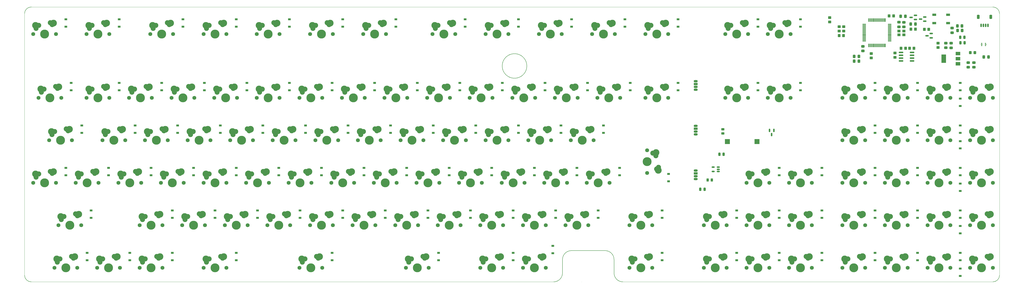
<source format=gbr>
%TF.GenerationSoftware,KiCad,Pcbnew,(6.99.0-5337-gc57e6db79a-dirty)*%
%TF.CreationDate,2023-02-22T22:35:33-05:00*%
%TF.ProjectId,necpc8801typea,6e656370-6338-4383-9031-74797065612e,rev?*%
%TF.SameCoordinates,Original*%
%TF.FileFunction,Soldermask,Bot*%
%TF.FilePolarity,Negative*%
%FSLAX46Y46*%
G04 Gerber Fmt 4.6, Leading zero omitted, Abs format (unit mm)*
G04 Created by KiCad (PCBNEW (6.99.0-5337-gc57e6db79a-dirty)) date 2023-02-22 22:35:33*
%MOMM*%
%LPD*%
G01*
G04 APERTURE LIST*
G04 Aperture macros list*
%AMRoundRect*
0 Rectangle with rounded corners*
0 $1 Rounding radius*
0 $2 $3 $4 $5 $6 $7 $8 $9 X,Y pos of 4 corners*
0 Add a 4 corners polygon primitive as box body*
4,1,4,$2,$3,$4,$5,$6,$7,$8,$9,$2,$3,0*
0 Add four circle primitives for the rounded corners*
1,1,$1+$1,$2,$3*
1,1,$1+$1,$4,$5*
1,1,$1+$1,$6,$7*
1,1,$1+$1,$8,$9*
0 Add four rect primitives between the rounded corners*
20,1,$1+$1,$2,$3,$4,$5,0*
20,1,$1+$1,$4,$5,$6,$7,0*
20,1,$1+$1,$6,$7,$8,$9,0*
20,1,$1+$1,$8,$9,$2,$3,0*%
G04 Aperture macros list end*
%ADD10R,1.800000X1.100000*%
%ADD11O,1.800000X1.070000*%
%ADD12R,1.800000X1.070000*%
%ADD13C,1.750000*%
%ADD14C,3.987800*%
%ADD15C,3.000000*%
%ADD16C,2.250000*%
%ADD17RoundRect,0.250000X0.475000X-0.337500X0.475000X0.337500X-0.475000X0.337500X-0.475000X-0.337500X0*%
%ADD18RoundRect,0.250000X0.337500X0.475000X-0.337500X0.475000X-0.337500X-0.475000X0.337500X-0.475000X0*%
%ADD19RoundRect,0.250000X-0.325000X-0.450000X0.325000X-0.450000X0.325000X0.450000X-0.325000X0.450000X0*%
%ADD20R,1.200000X0.900000*%
%ADD21RoundRect,0.250000X0.250000X0.475000X-0.250000X0.475000X-0.250000X-0.475000X0.250000X-0.475000X0*%
%ADD22RoundRect,0.250000X-0.337500X-0.475000X0.337500X-0.475000X0.337500X0.475000X-0.337500X0.475000X0*%
%ADD23RoundRect,0.150000X0.587500X0.150000X-0.587500X0.150000X-0.587500X-0.150000X0.587500X-0.150000X0*%
%ADD24RoundRect,0.250000X-0.350000X-0.450000X0.350000X-0.450000X0.350000X0.450000X-0.350000X0.450000X0*%
%ADD25RoundRect,0.250000X-0.450000X0.350000X-0.450000X-0.350000X0.450000X-0.350000X0.450000X0.350000X0*%
%ADD26RoundRect,0.250000X0.450000X-0.350000X0.450000X0.350000X-0.450000X0.350000X-0.450000X-0.350000X0*%
%ADD27RoundRect,0.075000X0.700000X0.075000X-0.700000X0.075000X-0.700000X-0.075000X0.700000X-0.075000X0*%
%ADD28RoundRect,0.075000X0.075000X0.700000X-0.075000X0.700000X-0.075000X-0.700000X0.075000X-0.700000X0*%
%ADD29RoundRect,0.150000X0.512500X0.150000X-0.512500X0.150000X-0.512500X-0.150000X0.512500X-0.150000X0*%
%ADD30RoundRect,0.150000X0.825000X0.150000X-0.825000X0.150000X-0.825000X-0.150000X0.825000X-0.150000X0*%
%ADD31RoundRect,0.250000X-0.475000X0.337500X-0.475000X-0.337500X0.475000X-0.337500X0.475000X0.337500X0*%
%ADD32RoundRect,0.250000X0.350000X0.450000X-0.350000X0.450000X-0.350000X-0.450000X0.350000X-0.450000X0*%
%ADD33R,1.400000X1.200000*%
%ADD34RoundRect,0.250000X0.450000X-0.262500X0.450000X0.262500X-0.450000X0.262500X-0.450000X-0.262500X0*%
%ADD35R,2.200000X2.200000*%
%ADD36R,2.000000X1.500000*%
%ADD37R,2.000000X3.800000*%
%ADD38RoundRect,0.150000X-0.150000X-0.625000X0.150000X-0.625000X0.150000X0.625000X-0.150000X0.625000X0*%
%ADD39RoundRect,0.250000X-0.350000X-0.650000X0.350000X-0.650000X0.350000X0.650000X-0.350000X0.650000X0*%
%ADD40RoundRect,0.150000X-0.150000X0.587500X-0.150000X-0.587500X0.150000X-0.587500X0.150000X0.587500X0*%
%ADD41R,0.500000X0.375000*%
%ADD42R,0.650000X0.300000*%
%ADD43RoundRect,0.250000X-0.262500X-0.450000X0.262500X-0.450000X0.262500X0.450000X-0.262500X0.450000X0*%
%TA.AperFunction,Profile*%
%ADD44C,0.150000*%
%TD*%
%TA.AperFunction,Profile*%
%ADD45C,0.050000*%
%TD*%
%TA.AperFunction,Profile*%
%ADD46C,0.200000*%
%TD*%
G04 APERTURE END LIST*
D10*
%TO.C,SW1*%
X414019999Y-11519999D03*
X407819999Y-11519999D03*
X414019999Y-15219999D03*
X407819999Y-15219999D03*
%TD*%
D11*
%TO.C,LED1*%
X301424999Y-43734999D03*
X301424999Y-41194999D03*
D12*
X301424999Y-42464999D03*
D11*
X301424999Y-45004999D03*
%TD*%
%TO.C,LED2*%
X301424999Y-63734999D03*
X301424999Y-61194999D03*
D12*
X301424999Y-62464999D03*
D11*
X301424999Y-65004999D03*
%TD*%
%TO.C,LED3*%
X301424999Y-83734999D03*
X301424999Y-81194999D03*
D12*
X301424999Y-82464999D03*
D11*
X301424999Y-85004999D03*
%TD*%
D13*
%TO.C,SW_REXTRA_1*%
X271865000Y-124665000D03*
D14*
X276945000Y-124665000D03*
D13*
X282025000Y-124665000D03*
D15*
X272895000Y-120715000D03*
D16*
X273135000Y-122125000D03*
X274320000Y-120740000D03*
X279485000Y-119585000D03*
X280320000Y-120415000D03*
D15*
X280895000Y-119715000D03*
%TD*%
D13*
%TO.C,SW_L_1*%
X195865000Y-86665000D03*
D14*
X200945000Y-86665000D03*
D13*
X206025000Y-86665000D03*
D15*
X196895000Y-82715000D03*
D16*
X197135000Y-84125000D03*
X198320000Y-82740000D03*
X203485000Y-81585000D03*
X204320000Y-82415000D03*
D15*
X204895000Y-81715000D03*
%TD*%
D13*
%TO.C,SW_ARRREXT1*%
X343115000Y-124665000D03*
D14*
X348195000Y-124665000D03*
D13*
X353275000Y-124665000D03*
D15*
X344145000Y-120715000D03*
D16*
X344385000Y-122125000D03*
X345570000Y-120740000D03*
X350735000Y-119585000D03*
X351570000Y-120415000D03*
D15*
X352145000Y-119715000D03*
%TD*%
D13*
%TO.C,SW_TAB_1*%
X12990000Y-67665000D03*
D14*
X18070000Y-67665000D03*
D13*
X23150000Y-67665000D03*
D15*
X14020000Y-63715000D03*
D16*
X14260000Y-65125000D03*
X15445000Y-63740000D03*
X20610000Y-62585000D03*
X21445000Y-63415000D03*
D15*
X22020000Y-62715000D03*
%TD*%
D13*
%TO.C,SW_KP7_1*%
X366865000Y-67665000D03*
D14*
X371945000Y-67665000D03*
D13*
X377025000Y-67665000D03*
D15*
X367895000Y-63715000D03*
D16*
X368135000Y-65125000D03*
X369320000Y-63740000D03*
X374485000Y-62585000D03*
X375320000Y-63415000D03*
D15*
X375895000Y-62715000D03*
%TD*%
D13*
%TO.C,SW_9_1*%
X181615000Y-48665000D03*
D14*
X186695000Y-48665000D03*
D13*
X191775000Y-48665000D03*
D15*
X182645000Y-44715000D03*
D16*
X182885000Y-46125000D03*
X184070000Y-44740000D03*
X189235000Y-43585000D03*
X190070000Y-44415000D03*
D15*
X190645000Y-43715000D03*
%TD*%
D13*
%TO.C,SW_ARRLEXT1*%
X305115000Y-124665000D03*
D14*
X310195000Y-124665000D03*
D13*
X315275000Y-124665000D03*
D15*
X306145000Y-120715000D03*
D16*
X306385000Y-122125000D03*
X307570000Y-120740000D03*
X312735000Y-119585000D03*
X313570000Y-120415000D03*
D15*
X314145000Y-119715000D03*
%TD*%
D13*
%TO.C,SW_KP4_1*%
X366865000Y-86665000D03*
D14*
X371945000Y-86665000D03*
D13*
X377025000Y-86665000D03*
D15*
X367895000Y-82715000D03*
D16*
X368135000Y-84125000D03*
X369320000Y-82740000D03*
X374485000Y-81585000D03*
X375320000Y-82415000D03*
D15*
X375895000Y-81715000D03*
%TD*%
D13*
%TO.C,SW_1_1*%
X29615000Y-48665000D03*
D14*
X34695000Y-48665000D03*
D13*
X39775000Y-48665000D03*
D15*
X30645000Y-44715000D03*
D16*
X30885000Y-46125000D03*
X32070000Y-44740000D03*
X37235000Y-43585000D03*
X38070000Y-44415000D03*
D15*
X38645000Y-43715000D03*
%TD*%
D13*
%TO.C,SW_RLD_1*%
X333615000Y-20165000D03*
D14*
X338695000Y-20165000D03*
D13*
X343775000Y-20165000D03*
D15*
X334645000Y-16215000D03*
D16*
X334885000Y-17625000D03*
X336070000Y-16240000D03*
X341235000Y-15085000D03*
X342070000Y-15915000D03*
D15*
X342645000Y-15215000D03*
%TD*%
D13*
%TO.C,SW_EQ_1*%
X238615000Y-48665000D03*
D14*
X243695000Y-48665000D03*
D13*
X248775000Y-48665000D03*
D15*
X239645000Y-44715000D03*
D16*
X239885000Y-46125000D03*
X241070000Y-44740000D03*
X246235000Y-43585000D03*
X247070000Y-44415000D03*
D15*
X247645000Y-43715000D03*
%TD*%
D13*
%TO.C,SW_RIGHT_1*%
X343115000Y-105665000D03*
D14*
X348195000Y-105665000D03*
D13*
X353275000Y-105665000D03*
D15*
X344145000Y-101715000D03*
D16*
X344385000Y-103125000D03*
X345570000Y-101740000D03*
X350735000Y-100585000D03*
X351570000Y-101415000D03*
D15*
X352145000Y-100715000D03*
%TD*%
D13*
%TO.C,SW_KPCOM_1*%
X385865000Y-124665000D03*
D14*
X390945000Y-124665000D03*
D13*
X396025000Y-124665000D03*
D15*
X386895000Y-120715000D03*
D16*
X387135000Y-122125000D03*
X388320000Y-120740000D03*
X393485000Y-119585000D03*
X394320000Y-120415000D03*
D15*
X394895000Y-119715000D03*
%TD*%
D13*
%TO.C,SW_HS_1*%
X224365000Y-124665000D03*
D14*
X229445000Y-124665000D03*
D13*
X234525000Y-124665000D03*
D15*
X225395000Y-120715000D03*
D16*
X225635000Y-122125000D03*
X226820000Y-120740000D03*
X231985000Y-119585000D03*
X232820000Y-120415000D03*
D15*
X233395000Y-119715000D03*
%TD*%
D13*
%TO.C,SW_YEN_1*%
X257615000Y-48665000D03*
D14*
X262695000Y-48665000D03*
D13*
X267775000Y-48665000D03*
D15*
X258645000Y-44715000D03*
D16*
X258885000Y-46125000D03*
X260070000Y-44740000D03*
X265235000Y-43585000D03*
X266070000Y-44415000D03*
D15*
X266645000Y-43715000D03*
%TD*%
D13*
%TO.C,SW_F6_1*%
X183990000Y-20165000D03*
D14*
X189070000Y-20165000D03*
D13*
X194150000Y-20165000D03*
D15*
X185020000Y-16215000D03*
D16*
X185260000Y-17625000D03*
X186445000Y-16240000D03*
X191610000Y-15085000D03*
X192445000Y-15915000D03*
D15*
X193020000Y-15215000D03*
%TD*%
D13*
%TO.C,SW_KPPLUS_1*%
X423865000Y-86665000D03*
D14*
X428945000Y-86665000D03*
D13*
X434025000Y-86665000D03*
D15*
X424895000Y-82715000D03*
D16*
X425135000Y-84125000D03*
X426320000Y-82740000D03*
X431485000Y-81585000D03*
X432320000Y-82415000D03*
D15*
X432895000Y-81715000D03*
%TD*%
D13*
%TO.C,SW_F7_1*%
X207740000Y-20165000D03*
D14*
X212820000Y-20165000D03*
D13*
X217900000Y-20165000D03*
D15*
X208770000Y-16215000D03*
D16*
X209010000Y-17625000D03*
X210195000Y-16240000D03*
X215360000Y-15085000D03*
X216195000Y-15915000D03*
D15*
X216770000Y-15215000D03*
%TD*%
D13*
%TO.C,SW_Y_1*%
X131740000Y-67665000D03*
D14*
X136820000Y-67665000D03*
D13*
X141900000Y-67665000D03*
D15*
X132770000Y-63715000D03*
D16*
X133010000Y-65125000D03*
X134195000Y-63740000D03*
X139360000Y-62585000D03*
X140195000Y-63415000D03*
D15*
X140770000Y-62715000D03*
%TD*%
D13*
%TO.C,SW_F_1*%
X100865000Y-86665000D03*
D14*
X105945000Y-86665000D03*
D13*
X111025000Y-86665000D03*
D15*
X101895000Y-82715000D03*
D16*
X102135000Y-84125000D03*
X103320000Y-82740000D03*
X108485000Y-81585000D03*
X109320000Y-82415000D03*
D15*
X109895000Y-81715000D03*
%TD*%
D13*
%TO.C,SW_V_1*%
X110365000Y-105665000D03*
D14*
X115445000Y-105665000D03*
D13*
X120525000Y-105665000D03*
D15*
X111395000Y-101715000D03*
D16*
X111635000Y-103125000D03*
X112820000Y-101740000D03*
X117985000Y-100585000D03*
X118820000Y-101415000D03*
D15*
X119395000Y-100715000D03*
%TD*%
D13*
%TO.C,SW_X_1*%
X72365000Y-105665000D03*
D14*
X77445000Y-105665000D03*
D13*
X82525000Y-105665000D03*
D15*
X73395000Y-101715000D03*
D16*
X73635000Y-103125000D03*
X74820000Y-101740000D03*
X79985000Y-100585000D03*
X80820000Y-101415000D03*
D15*
X81395000Y-100715000D03*
%TD*%
D13*
%TO.C,SW_B_1*%
X129365000Y-105665000D03*
D14*
X134445000Y-105665000D03*
D13*
X139525000Y-105665000D03*
D15*
X130395000Y-101715000D03*
D16*
X130635000Y-103125000D03*
X131820000Y-101740000D03*
X136985000Y-100585000D03*
X137820000Y-101415000D03*
D15*
X138395000Y-100715000D03*
%TD*%
D13*
%TO.C,SW_KP2_1*%
X385865000Y-105665000D03*
D14*
X390945000Y-105665000D03*
D13*
X396025000Y-105665000D03*
D15*
X386895000Y-101715000D03*
D16*
X387135000Y-103125000D03*
X388320000Y-101740000D03*
X393485000Y-100585000D03*
X394320000Y-101415000D03*
D15*
X394895000Y-100715000D03*
%TD*%
D13*
%TO.C,SW_2_1*%
X48615000Y-48665000D03*
D14*
X53695000Y-48665000D03*
D13*
X58775000Y-48665000D03*
D15*
X49645000Y-44715000D03*
D16*
X49885000Y-46125000D03*
X51070000Y-44740000D03*
X56235000Y-43585000D03*
X57070000Y-44415000D03*
D15*
X57645000Y-43715000D03*
%TD*%
D13*
%TO.C,SW_COMMA_1*%
X186365000Y-105665000D03*
D14*
X191445000Y-105665000D03*
D13*
X196525000Y-105665000D03*
D15*
X187395000Y-101715000D03*
D16*
X187635000Y-103125000D03*
X188820000Y-101740000D03*
X193985000Y-100585000D03*
X194820000Y-101415000D03*
D15*
X195395000Y-100715000D03*
%TD*%
D13*
%TO.C,SW_PC_1*%
X205365000Y-124665000D03*
D14*
X210445000Y-124665000D03*
D13*
X215525000Y-124665000D03*
D15*
X206395000Y-120715000D03*
D16*
X206635000Y-122125000D03*
X207820000Y-120740000D03*
X212985000Y-119585000D03*
X213820000Y-120415000D03*
D15*
X214395000Y-119715000D03*
%TD*%
D13*
%TO.C,SW_URG_1*%
X252865000Y-86665000D03*
D14*
X257945000Y-86665000D03*
D13*
X263025000Y-86665000D03*
D15*
X253895000Y-82715000D03*
D16*
X254135000Y-84125000D03*
X255320000Y-82740000D03*
X260485000Y-81585000D03*
X261320000Y-82415000D03*
D15*
X261895000Y-81715000D03*
%TD*%
D13*
%TO.C,SW_E_1*%
X74740000Y-67665000D03*
D14*
X79820000Y-67665000D03*
D13*
X84900000Y-67665000D03*
D15*
X75770000Y-63715000D03*
D16*
X76010000Y-65125000D03*
X77195000Y-63740000D03*
X82360000Y-62585000D03*
X83195000Y-63415000D03*
D15*
X83770000Y-62715000D03*
%TD*%
D13*
%TO.C,SW_U_1*%
X150740000Y-67665000D03*
D14*
X155820000Y-67665000D03*
D13*
X160900000Y-67665000D03*
D15*
X151770000Y-63715000D03*
D16*
X152010000Y-65125000D03*
X153195000Y-63740000D03*
X158360000Y-62585000D03*
X159195000Y-63415000D03*
D15*
X159770000Y-62715000D03*
%TD*%
D13*
%TO.C,SW_J_1*%
X157865000Y-86665000D03*
D14*
X162945000Y-86665000D03*
D13*
X168025000Y-86665000D03*
D15*
X158895000Y-82715000D03*
D16*
X159135000Y-84125000D03*
X160320000Y-82740000D03*
X165485000Y-81585000D03*
X166320000Y-82415000D03*
D15*
X166895000Y-81715000D03*
%TD*%
D13*
%TO.C,SW_SUP_1*%
X34365000Y-124665000D03*
D14*
X39445000Y-124665000D03*
D13*
X44525000Y-124665000D03*
D15*
X35395000Y-120715000D03*
D16*
X35635000Y-122125000D03*
X36820000Y-120740000D03*
X41985000Y-119585000D03*
X42820000Y-120415000D03*
D15*
X43395000Y-119715000D03*
%TD*%
D13*
%TO.C,SW_F10_1*%
X278990000Y-20165000D03*
D14*
X284070000Y-20165000D03*
D13*
X289150000Y-20165000D03*
D15*
X280020000Y-16215000D03*
D16*
X280260000Y-17625000D03*
X281445000Y-16240000D03*
X286610000Y-15085000D03*
X287445000Y-15915000D03*
D15*
X288020000Y-15215000D03*
%TD*%
D13*
%TO.C,SW_M_1*%
X167365000Y-105665000D03*
D14*
X172445000Y-105665000D03*
D13*
X177525000Y-105665000D03*
D15*
X168395000Y-101715000D03*
D16*
X168635000Y-103125000D03*
X169820000Y-101740000D03*
X174985000Y-100585000D03*
X175820000Y-101415000D03*
D15*
X176395000Y-100715000D03*
%TD*%
D13*
%TO.C,SW_COPY_1*%
X29615000Y-20165000D03*
D14*
X34695000Y-20165000D03*
D13*
X39775000Y-20165000D03*
D15*
X30645000Y-16215000D03*
D16*
X30885000Y-17625000D03*
X32070000Y-16240000D03*
X37235000Y-15085000D03*
X38070000Y-15915000D03*
D15*
X38645000Y-15215000D03*
%TD*%
D13*
%TO.C,SW_ENT_1*%
X279770000Y-72085000D03*
D14*
X279770000Y-77165000D03*
D13*
X279770000Y-82245000D03*
D15*
X283720000Y-73115000D03*
D16*
X282310000Y-73355000D03*
X283695000Y-74540000D03*
X284850000Y-79705000D03*
X284020000Y-80540000D03*
D15*
X284720000Y-81115000D03*
%TD*%
D13*
%TO.C,SW_W_1*%
X55740000Y-67665000D03*
D14*
X60820000Y-67665000D03*
D13*
X65900000Y-67665000D03*
D15*
X56770000Y-63715000D03*
D16*
X57010000Y-65125000D03*
X58195000Y-63740000D03*
X63360000Y-62585000D03*
X64195000Y-63415000D03*
D15*
X64770000Y-62715000D03*
%TD*%
D13*
%TO.C,SW_5_1*%
X105615000Y-48665000D03*
D14*
X110695000Y-48665000D03*
D13*
X115775000Y-48665000D03*
D15*
X106645000Y-44715000D03*
D16*
X106885000Y-46125000D03*
X108070000Y-44740000D03*
X113235000Y-43585000D03*
X114070000Y-44415000D03*
D15*
X114645000Y-43715000D03*
%TD*%
D13*
%TO.C,SW_S_1*%
X62865000Y-86665000D03*
D14*
X67945000Y-86665000D03*
D13*
X73025000Y-86665000D03*
D15*
X63895000Y-82715000D03*
D16*
X64135000Y-84125000D03*
X65320000Y-82740000D03*
X70485000Y-81585000D03*
X71320000Y-82415000D03*
D15*
X71895000Y-81715000D03*
%TD*%
D13*
%TO.C,SW_CTRL_1*%
X5865000Y-86665000D03*
D14*
X10945000Y-86665000D03*
D13*
X16025000Y-86665000D03*
D15*
X6895000Y-82715000D03*
D16*
X7135000Y-84125000D03*
X8320000Y-82740000D03*
X13485000Y-81585000D03*
X14320000Y-82415000D03*
D15*
X14895000Y-81715000D03*
%TD*%
D13*
%TO.C,SW_LSH_1*%
X17115000Y-105665000D03*
D14*
X22195000Y-105665000D03*
D13*
X27275000Y-105665000D03*
D15*
X18145000Y-101715000D03*
D16*
X18385000Y-103125000D03*
X19570000Y-101740000D03*
X24735000Y-100585000D03*
X25570000Y-101415000D03*
D15*
X26145000Y-100715000D03*
%TD*%
D13*
%TO.C,SW_R_1*%
X93740000Y-67665000D03*
D14*
X98820000Y-67665000D03*
D13*
X103900000Y-67665000D03*
D15*
X94770000Y-63715000D03*
D16*
X95010000Y-65125000D03*
X96195000Y-63740000D03*
X101360000Y-62585000D03*
X102195000Y-63415000D03*
D15*
X102770000Y-62715000D03*
%TD*%
D13*
%TO.C,SW_D_1*%
X81865000Y-86665000D03*
D14*
X86945000Y-86665000D03*
D13*
X92025000Y-86665000D03*
D15*
X82895000Y-82715000D03*
D16*
X83135000Y-84125000D03*
X84320000Y-82740000D03*
X89485000Y-81585000D03*
X90320000Y-82415000D03*
D15*
X90895000Y-81715000D03*
%TD*%
D13*
%TO.C,SW_P_1*%
X207740000Y-67665000D03*
D14*
X212820000Y-67665000D03*
D13*
X217900000Y-67665000D03*
D15*
X208770000Y-63715000D03*
D16*
X209010000Y-65125000D03*
X210195000Y-63740000D03*
X215360000Y-62585000D03*
X216195000Y-63415000D03*
D15*
X216770000Y-62715000D03*
%TD*%
D13*
%TO.C,SW_C_1*%
X91365000Y-105665000D03*
D14*
X96445000Y-105665000D03*
D13*
X101525000Y-105665000D03*
D15*
X92395000Y-101715000D03*
D16*
X92635000Y-103125000D03*
X93820000Y-101740000D03*
X98985000Y-100585000D03*
X99820000Y-101415000D03*
D15*
X100395000Y-100715000D03*
%TD*%
D13*
%TO.C,SW_O_1*%
X188740000Y-67665000D03*
D14*
X193820000Y-67665000D03*
D13*
X198900000Y-67665000D03*
D15*
X189770000Y-63715000D03*
D16*
X190010000Y-65125000D03*
X191195000Y-63740000D03*
X196360000Y-62585000D03*
X197195000Y-63415000D03*
D15*
X197770000Y-62715000D03*
%TD*%
D13*
%TO.C,SW_F2_1*%
X81865000Y-20165000D03*
D14*
X86945000Y-20165000D03*
D13*
X92025000Y-20165000D03*
D15*
X82895000Y-16215000D03*
D16*
X83135000Y-17625000D03*
X84320000Y-16240000D03*
X89485000Y-15085000D03*
X90320000Y-15915000D03*
D15*
X90895000Y-15215000D03*
%TD*%
D13*
%TO.C,SW_F8_1*%
X231490000Y-20165000D03*
D14*
X236570000Y-20165000D03*
D13*
X241650000Y-20165000D03*
D15*
X232520000Y-16215000D03*
D16*
X232760000Y-17625000D03*
X233945000Y-16240000D03*
X239110000Y-15085000D03*
X239945000Y-15915000D03*
D15*
X240520000Y-15215000D03*
%TD*%
D13*
%TO.C,SW_FULL_1*%
X214865000Y-86665000D03*
D14*
X219945000Y-86665000D03*
D13*
X225025000Y-86665000D03*
D15*
X215895000Y-82715000D03*
D16*
X216135000Y-84125000D03*
X217320000Y-82740000D03*
X222485000Y-81585000D03*
X223320000Y-82415000D03*
D15*
X223895000Y-81715000D03*
%TD*%
D13*
%TO.C,SW_ESC_1*%
X8240000Y-48665000D03*
D14*
X13320000Y-48665000D03*
D13*
X18400000Y-48665000D03*
D15*
X9270000Y-44715000D03*
D16*
X9510000Y-46125000D03*
X10695000Y-44740000D03*
X15860000Y-43585000D03*
X16695000Y-44415000D03*
D15*
X17270000Y-43715000D03*
%TD*%
D13*
%TO.C,SW_0_1*%
X200615000Y-48665000D03*
D14*
X205695000Y-48665000D03*
D13*
X210775000Y-48665000D03*
D15*
X201645000Y-44715000D03*
D16*
X201885000Y-46125000D03*
X203070000Y-44740000D03*
X208235000Y-43585000D03*
X209070000Y-44415000D03*
D15*
X209645000Y-43715000D03*
%TD*%
D13*
%TO.C,SW_KPEQ_1*%
X423865000Y-105665000D03*
D14*
X428945000Y-105665000D03*
D13*
X434025000Y-105665000D03*
D15*
X424895000Y-101715000D03*
D16*
X425135000Y-103125000D03*
X426320000Y-101740000D03*
X431485000Y-100585000D03*
X432320000Y-101415000D03*
D15*
X432895000Y-100715000D03*
%TD*%
D13*
%TO.C,SW_WOW_1*%
X245740000Y-67665000D03*
D14*
X250820000Y-67665000D03*
D13*
X255900000Y-67665000D03*
D15*
X246770000Y-63715000D03*
D16*
X247010000Y-65125000D03*
X248195000Y-63740000D03*
X253360000Y-62585000D03*
X254195000Y-63415000D03*
D15*
X254770000Y-62715000D03*
%TD*%
D13*
%TO.C,SW_KPCLR_1*%
X366865000Y-48665000D03*
D14*
X371945000Y-48665000D03*
D13*
X377025000Y-48665000D03*
D15*
X367895000Y-44715000D03*
D16*
X368135000Y-46125000D03*
X369320000Y-44740000D03*
X374485000Y-43585000D03*
X375320000Y-44415000D03*
D15*
X375895000Y-43715000D03*
%TD*%
D13*
%TO.C,SW_BS_1*%
X278990000Y-48665000D03*
D14*
X284070000Y-48665000D03*
D13*
X289150000Y-48665000D03*
D15*
X280020000Y-44715000D03*
D16*
X280260000Y-46125000D03*
X281445000Y-44740000D03*
X286610000Y-43585000D03*
X287445000Y-44415000D03*
D15*
X288020000Y-43715000D03*
%TD*%
D13*
%TO.C,SW_KP9_1*%
X404865000Y-67665000D03*
D14*
X409945000Y-67665000D03*
D13*
X415025000Y-67665000D03*
D15*
X405895000Y-63715000D03*
D16*
X406135000Y-65125000D03*
X407320000Y-63740000D03*
X412485000Y-62585000D03*
X413320000Y-63415000D03*
D15*
X413895000Y-62715000D03*
%TD*%
D13*
%TO.C,SW_K_1*%
X176865000Y-86665000D03*
D14*
X181945000Y-86665000D03*
D13*
X187025000Y-86665000D03*
D15*
X177895000Y-82715000D03*
D16*
X178135000Y-84125000D03*
X179320000Y-82740000D03*
X184485000Y-81585000D03*
X185320000Y-82415000D03*
D15*
X185895000Y-81715000D03*
%TD*%
D13*
%TO.C,SW_Q_1*%
X36740000Y-67665000D03*
D14*
X41820000Y-67665000D03*
D13*
X46900000Y-67665000D03*
D15*
X37770000Y-63715000D03*
D16*
X38010000Y-65125000D03*
X39195000Y-63740000D03*
X44360000Y-62585000D03*
X45195000Y-63415000D03*
D15*
X45770000Y-62715000D03*
%TD*%
D13*
%TO.C,SW_DEL_1*%
X333615000Y-48665000D03*
D14*
X338695000Y-48665000D03*
D13*
X343775000Y-48665000D03*
D15*
X334645000Y-44715000D03*
D16*
X334885000Y-46125000D03*
X336070000Y-44740000D03*
X341235000Y-43585000D03*
X342070000Y-44415000D03*
D15*
X342645000Y-43715000D03*
%TD*%
D13*
%TO.C,SW_MINUS_1*%
X219615000Y-48665000D03*
D14*
X224695000Y-48665000D03*
D13*
X229775000Y-48665000D03*
D15*
X220645000Y-44715000D03*
D16*
X220885000Y-46125000D03*
X222070000Y-44740000D03*
X227235000Y-43585000D03*
X228070000Y-44415000D03*
D15*
X228645000Y-43715000D03*
%TD*%
D13*
%TO.C,SW_KPPER_1*%
X404865000Y-124665000D03*
D14*
X409945000Y-124665000D03*
D13*
X415025000Y-124665000D03*
D15*
X405895000Y-120715000D03*
D16*
X406135000Y-122125000D03*
X407320000Y-120740000D03*
X412485000Y-119585000D03*
X413320000Y-120415000D03*
D15*
X413895000Y-119715000D03*
%TD*%
D13*
%TO.C,SW_Z_1*%
X53365000Y-105665000D03*
D14*
X58445000Y-105665000D03*
D13*
X63525000Y-105665000D03*
D15*
X54395000Y-101715000D03*
D16*
X54635000Y-103125000D03*
X55820000Y-101740000D03*
X60985000Y-100585000D03*
X61820000Y-101415000D03*
D15*
X62395000Y-100715000D03*
%TD*%
D13*
%TO.C,SW_F9_1*%
X255240000Y-20165000D03*
D14*
X260320000Y-20165000D03*
D13*
X265400000Y-20165000D03*
D15*
X256270000Y-16215000D03*
D16*
X256510000Y-17625000D03*
X257695000Y-16240000D03*
X262860000Y-15085000D03*
X263695000Y-15915000D03*
D15*
X264270000Y-15215000D03*
%TD*%
D13*
%TO.C,SW_F4_1*%
X129365000Y-20165000D03*
D14*
X134445000Y-20165000D03*
D13*
X139525000Y-20165000D03*
D15*
X130395000Y-16215000D03*
D16*
X130635000Y-17625000D03*
X131820000Y-16240000D03*
X136985000Y-15085000D03*
X137820000Y-15915000D03*
D15*
X138395000Y-15215000D03*
%TD*%
D13*
%TO.C,SW_A_1*%
X43865000Y-86665000D03*
D14*
X48945000Y-86665000D03*
D13*
X54025000Y-86665000D03*
D15*
X44895000Y-82715000D03*
D16*
X45135000Y-84125000D03*
X46320000Y-82740000D03*
X51485000Y-81585000D03*
X52320000Y-82415000D03*
D15*
X52895000Y-81715000D03*
%TD*%
D13*
%TO.C,SW_LEFT_1*%
X305115000Y-105665000D03*
D14*
X310195000Y-105665000D03*
D13*
X315275000Y-105665000D03*
D15*
X306145000Y-101715000D03*
D16*
X306385000Y-103125000D03*
X307570000Y-101740000D03*
X312735000Y-100585000D03*
X313570000Y-101415000D03*
D15*
X314145000Y-100715000D03*
%TD*%
D13*
%TO.C,SW_KPMULT_1*%
X423865000Y-67665000D03*
D14*
X428945000Y-67665000D03*
D13*
X434025000Y-67665000D03*
D15*
X424895000Y-63715000D03*
D16*
X425135000Y-65125000D03*
X426320000Y-63740000D03*
X431485000Y-62585000D03*
X432320000Y-63415000D03*
D15*
X432895000Y-62715000D03*
%TD*%
D13*
%TO.C,SW_KP5_1*%
X385865000Y-86665000D03*
D14*
X390945000Y-86665000D03*
D13*
X396025000Y-86665000D03*
D15*
X386895000Y-82715000D03*
D16*
X387135000Y-84125000D03*
X388320000Y-82740000D03*
X393485000Y-81585000D03*
X394320000Y-82415000D03*
D15*
X394895000Y-81715000D03*
%TD*%
D13*
%TO.C,SW_ARRDEXT1*%
X324115000Y-124665000D03*
D14*
X329195000Y-124665000D03*
D13*
X334275000Y-124665000D03*
D15*
X325145000Y-120715000D03*
D16*
X325385000Y-122125000D03*
X326570000Y-120740000D03*
X331735000Y-119585000D03*
X332570000Y-120415000D03*
D15*
X333145000Y-119715000D03*
%TD*%
D13*
%TO.C,SW_AT_1*%
X226740000Y-67665000D03*
D14*
X231820000Y-67665000D03*
D13*
X236900000Y-67665000D03*
D15*
X227770000Y-63715000D03*
D16*
X228010000Y-65125000D03*
X229195000Y-63740000D03*
X234360000Y-62585000D03*
X235195000Y-63415000D03*
D15*
X235770000Y-62715000D03*
%TD*%
D13*
%TO.C,SW_ALT_1*%
X53365000Y-124665000D03*
D14*
X58445000Y-124665000D03*
D13*
X63525000Y-124665000D03*
D15*
X54395000Y-120715000D03*
D16*
X54635000Y-122125000D03*
X55820000Y-120740000D03*
X60985000Y-119585000D03*
X61820000Y-120415000D03*
D15*
X62395000Y-119715000D03*
%TD*%
D13*
%TO.C,SW_STP_1*%
X5865000Y-20165000D03*
D14*
X10945000Y-20165000D03*
D13*
X16025000Y-20165000D03*
D15*
X6895000Y-16215000D03*
D16*
X7135000Y-17625000D03*
X8320000Y-16240000D03*
X13485000Y-15085000D03*
X14320000Y-15915000D03*
D15*
X14895000Y-15215000D03*
%TD*%
D13*
%TO.C,SW_ARRUPEXT_1*%
X343115000Y-86665000D03*
D14*
X348195000Y-86665000D03*
D13*
X353275000Y-86665000D03*
D15*
X344145000Y-82715000D03*
D16*
X344385000Y-84125000D03*
X345570000Y-82740000D03*
X350735000Y-81585000D03*
X351570000Y-82415000D03*
D15*
X352145000Y-81715000D03*
%TD*%
D13*
%TO.C,SW_AMOG_1*%
X243365000Y-105665000D03*
D14*
X248445000Y-105665000D03*
D13*
X253525000Y-105665000D03*
D15*
X244395000Y-101715000D03*
D16*
X244635000Y-103125000D03*
X245820000Y-101740000D03*
X250985000Y-100585000D03*
X251820000Y-101415000D03*
D15*
X252395000Y-100715000D03*
%TD*%
D13*
%TO.C,SW_KP1_1*%
X366865000Y-105665000D03*
D14*
X371945000Y-105665000D03*
D13*
X377025000Y-105665000D03*
D15*
X367895000Y-101715000D03*
D16*
X368135000Y-103125000D03*
X369320000Y-101740000D03*
X374485000Y-100585000D03*
X375320000Y-101415000D03*
D15*
X375895000Y-100715000D03*
%TD*%
D13*
%TO.C,SW_KPDIV_1*%
X423865000Y-48665000D03*
D14*
X428945000Y-48665000D03*
D13*
X434025000Y-48665000D03*
D15*
X424895000Y-44715000D03*
D16*
X425135000Y-46125000D03*
X426320000Y-44740000D03*
X431485000Y-43585000D03*
X432320000Y-44415000D03*
D15*
X432895000Y-43715000D03*
%TD*%
D13*
%TO.C,SW_H_1*%
X138865000Y-86665000D03*
D14*
X143945000Y-86665000D03*
D13*
X149025000Y-86665000D03*
D15*
X139895000Y-82715000D03*
D16*
X140135000Y-84125000D03*
X141320000Y-82740000D03*
X146485000Y-81585000D03*
X147320000Y-82415000D03*
D15*
X147895000Y-81715000D03*
%TD*%
D13*
%TO.C,SW_8_1*%
X162615000Y-48665000D03*
D14*
X167695000Y-48665000D03*
D13*
X172775000Y-48665000D03*
D15*
X163645000Y-44715000D03*
D16*
X163885000Y-46125000D03*
X165070000Y-44740000D03*
X170235000Y-43585000D03*
X171070000Y-44415000D03*
D15*
X171645000Y-43715000D03*
%TD*%
D13*
%TO.C,SW_T_1*%
X112740000Y-67665000D03*
D14*
X117820000Y-67665000D03*
D13*
X122900000Y-67665000D03*
D15*
X113770000Y-63715000D03*
D16*
X114010000Y-65125000D03*
X115195000Y-63740000D03*
X120360000Y-62585000D03*
X121195000Y-63415000D03*
D15*
X121770000Y-62715000D03*
%TD*%
D13*
%TO.C,SW_KPMIN_1*%
X404865000Y-48665000D03*
D14*
X409945000Y-48665000D03*
D13*
X415025000Y-48665000D03*
D15*
X405895000Y-44715000D03*
D16*
X406135000Y-46125000D03*
X407320000Y-44740000D03*
X412485000Y-43585000D03*
X413320000Y-44415000D03*
D15*
X413895000Y-43715000D03*
%TD*%
D13*
%TO.C,SW_N_1*%
X148365000Y-105665000D03*
D14*
X153445000Y-105665000D03*
D13*
X158525000Y-105665000D03*
D15*
X149395000Y-101715000D03*
D16*
X149635000Y-103125000D03*
X150820000Y-101740000D03*
X155985000Y-100585000D03*
X156820000Y-101415000D03*
D15*
X157395000Y-100715000D03*
%TD*%
D13*
%TO.C,SW_F5_1*%
X153115000Y-20165000D03*
D14*
X158195000Y-20165000D03*
D13*
X163275000Y-20165000D03*
D15*
X154145000Y-16215000D03*
D16*
X154385000Y-17625000D03*
X155570000Y-16240000D03*
X160735000Y-15085000D03*
X161570000Y-15915000D03*
D15*
X162145000Y-15215000D03*
%TD*%
D13*
%TO.C,SW_KPHELP_1*%
X385865000Y-48665000D03*
D14*
X390945000Y-48665000D03*
D13*
X396025000Y-48665000D03*
D15*
X386895000Y-44715000D03*
D16*
X387135000Y-46125000D03*
X388320000Y-44740000D03*
X393485000Y-43585000D03*
X394320000Y-44415000D03*
D15*
X394895000Y-43715000D03*
%TD*%
D13*
%TO.C,SW_SMCH_1*%
X233865000Y-86665000D03*
D14*
X238945000Y-86665000D03*
D13*
X244025000Y-86665000D03*
D15*
X234895000Y-82715000D03*
D16*
X235135000Y-84125000D03*
X236320000Y-82740000D03*
X241485000Y-81585000D03*
X242320000Y-82415000D03*
D15*
X242895000Y-81715000D03*
%TD*%
D13*
%TO.C,SW_KP0_1*%
X366865000Y-124665000D03*
D14*
X371945000Y-124665000D03*
D13*
X377025000Y-124665000D03*
D15*
X367895000Y-120715000D03*
D16*
X368135000Y-122125000D03*
X369320000Y-120740000D03*
X374485000Y-119585000D03*
X375320000Y-120415000D03*
D15*
X375895000Y-119715000D03*
%TD*%
D13*
%TO.C,SW_KP3_1*%
X404865000Y-105665000D03*
D14*
X409945000Y-105665000D03*
D13*
X415025000Y-105665000D03*
D15*
X405895000Y-101715000D03*
D16*
X406135000Y-103125000D03*
X407320000Y-101740000D03*
X412485000Y-100585000D03*
X413320000Y-101415000D03*
D15*
X413895000Y-100715000D03*
%TD*%
D13*
%TO.C,SW_SP3_1*%
X172115000Y-124665000D03*
D14*
X177195000Y-124665000D03*
D13*
X182275000Y-124665000D03*
D15*
X173145000Y-120715000D03*
D16*
X173385000Y-122125000D03*
X174570000Y-120740000D03*
X179735000Y-119585000D03*
X180570000Y-120415000D03*
D15*
X181145000Y-119715000D03*
%TD*%
D13*
%TO.C,SW_SP1_1*%
X81865000Y-124665000D03*
D14*
X86945000Y-124665000D03*
D13*
X92025000Y-124665000D03*
D15*
X82895000Y-120715000D03*
D16*
X83135000Y-122125000D03*
X84320000Y-120740000D03*
X89485000Y-119585000D03*
X90320000Y-120415000D03*
D15*
X90895000Y-119715000D03*
%TD*%
D13*
%TO.C,SW_4_1*%
X86615000Y-48665000D03*
D14*
X91695000Y-48665000D03*
D13*
X96775000Y-48665000D03*
D15*
X87645000Y-44715000D03*
D16*
X87885000Y-46125000D03*
X89070000Y-44740000D03*
X94235000Y-43585000D03*
X95070000Y-44415000D03*
D15*
X95645000Y-43715000D03*
%TD*%
D13*
%TO.C,SW_RLU_1*%
X314615000Y-20165000D03*
D14*
X319695000Y-20165000D03*
D13*
X324775000Y-20165000D03*
D15*
X315645000Y-16215000D03*
D16*
X315885000Y-17625000D03*
X317070000Y-16240000D03*
X322235000Y-15085000D03*
X323070000Y-15915000D03*
D15*
X323645000Y-15215000D03*
%TD*%
D13*
%TO.C,SW_7_1*%
X143615000Y-48665000D03*
D14*
X148695000Y-48665000D03*
D13*
X153775000Y-48665000D03*
D15*
X144645000Y-44715000D03*
D16*
X144885000Y-46125000D03*
X146070000Y-44740000D03*
X151235000Y-43585000D03*
X152070000Y-44415000D03*
D15*
X152645000Y-43715000D03*
%TD*%
D13*
%TO.C,SW_F1_1*%
X58115000Y-20165000D03*
D14*
X63195000Y-20165000D03*
D13*
X68275000Y-20165000D03*
D15*
X59145000Y-16215000D03*
D16*
X59385000Y-17625000D03*
X60570000Y-16240000D03*
X65735000Y-15085000D03*
X66570000Y-15915000D03*
D15*
X67145000Y-15215000D03*
%TD*%
D13*
%TO.C,SW_SLASH_1*%
X224365000Y-105665000D03*
D14*
X229445000Y-105665000D03*
D13*
X234525000Y-105665000D03*
D15*
X225395000Y-101715000D03*
D16*
X225635000Y-103125000D03*
X226820000Y-101740000D03*
X231985000Y-100585000D03*
X232820000Y-101415000D03*
D15*
X233395000Y-100715000D03*
%TD*%
D13*
%TO.C,SW_UP_1*%
X324115000Y-86665000D03*
D14*
X329195000Y-86665000D03*
D13*
X334275000Y-86665000D03*
D15*
X325145000Y-82715000D03*
D16*
X325385000Y-84125000D03*
X326570000Y-82740000D03*
X331735000Y-81585000D03*
X332570000Y-82415000D03*
D15*
X333145000Y-81715000D03*
%TD*%
D13*
%TO.C,SW_6_1*%
X124615000Y-48665000D03*
D14*
X129695000Y-48665000D03*
D13*
X134775000Y-48665000D03*
D15*
X125645000Y-44715000D03*
D16*
X125885000Y-46125000D03*
X127070000Y-44740000D03*
X132235000Y-43585000D03*
X133070000Y-44415000D03*
D15*
X133645000Y-43715000D03*
%TD*%
D13*
%TO.C,SW_CAPS_1*%
X24865000Y-86665000D03*
D14*
X29945000Y-86665000D03*
D13*
X35025000Y-86665000D03*
D15*
X25895000Y-82715000D03*
D16*
X26135000Y-84125000D03*
X27320000Y-82740000D03*
X32485000Y-81585000D03*
X33320000Y-82415000D03*
D15*
X33895000Y-81715000D03*
%TD*%
D13*
%TO.C,SW_INS_1*%
X314615000Y-48665000D03*
D14*
X319695000Y-48665000D03*
D13*
X324775000Y-48665000D03*
D15*
X315645000Y-44715000D03*
D16*
X315885000Y-46125000D03*
X317070000Y-44740000D03*
X322235000Y-43585000D03*
X323070000Y-44415000D03*
D15*
X323645000Y-43715000D03*
%TD*%
D13*
%TO.C,SW_3_1*%
X67615000Y-48665000D03*
D14*
X72695000Y-48665000D03*
D13*
X77775000Y-48665000D03*
D15*
X68645000Y-44715000D03*
D16*
X68885000Y-46125000D03*
X70070000Y-44740000D03*
X75235000Y-43585000D03*
X76070000Y-44415000D03*
D15*
X76645000Y-43715000D03*
%TD*%
D13*
%TO.C,SW_KPENT_1*%
X423865000Y-124665000D03*
D14*
X428945000Y-124665000D03*
D13*
X434025000Y-124665000D03*
D15*
X424895000Y-120715000D03*
D16*
X425135000Y-122125000D03*
X426320000Y-120740000D03*
X431485000Y-119585000D03*
X432320000Y-120415000D03*
D15*
X432895000Y-119715000D03*
%TD*%
D13*
%TO.C,SW_DOWN_1*%
X324115000Y-105665000D03*
D14*
X329195000Y-105665000D03*
D13*
X334275000Y-105665000D03*
D15*
X325145000Y-101715000D03*
D16*
X325385000Y-103125000D03*
X326570000Y-101740000D03*
X331735000Y-100585000D03*
X332570000Y-101415000D03*
D15*
X333145000Y-100715000D03*
%TD*%
D13*
%TO.C,SW_PER_1*%
X205365000Y-105665000D03*
D14*
X210445000Y-105665000D03*
D13*
X215525000Y-105665000D03*
D15*
X206395000Y-101715000D03*
D16*
X206635000Y-103125000D03*
X207820000Y-101740000D03*
X212985000Y-100585000D03*
X213820000Y-101415000D03*
D15*
X214395000Y-100715000D03*
%TD*%
D13*
%TO.C,SW_SP2_1*%
X124615000Y-124665000D03*
D14*
X129695000Y-124665000D03*
D13*
X134775000Y-124665000D03*
D15*
X125645000Y-120715000D03*
D16*
X125885000Y-122125000D03*
X127070000Y-120740000D03*
X132235000Y-119585000D03*
X133070000Y-120415000D03*
D15*
X133645000Y-119715000D03*
%TD*%
D13*
%TO.C,SW_LCTRLEX_1*%
X15365000Y-124665000D03*
D14*
X20445000Y-124665000D03*
D13*
X25525000Y-124665000D03*
D15*
X16395000Y-120715000D03*
D16*
X16635000Y-122125000D03*
X17820000Y-120740000D03*
X22985000Y-119585000D03*
X23820000Y-120415000D03*
D15*
X24395000Y-119715000D03*
%TD*%
D13*
%TO.C,SW_G_1*%
X119865000Y-86665000D03*
D14*
X124945000Y-86665000D03*
D13*
X130025000Y-86665000D03*
D15*
X120895000Y-82715000D03*
D16*
X121135000Y-84125000D03*
X122320000Y-82740000D03*
X127485000Y-81585000D03*
X128320000Y-82415000D03*
D15*
X128895000Y-81715000D03*
%TD*%
D13*
%TO.C,SW_I_1*%
X169740000Y-67665000D03*
D14*
X174820000Y-67665000D03*
D13*
X179900000Y-67665000D03*
D15*
X170770000Y-63715000D03*
D16*
X171010000Y-65125000D03*
X172195000Y-63740000D03*
X177360000Y-62585000D03*
X178195000Y-63415000D03*
D15*
X178770000Y-62715000D03*
%TD*%
D13*
%TO.C,SW_KP6_1*%
X404865000Y-86665000D03*
D14*
X409945000Y-86665000D03*
D13*
X415025000Y-86665000D03*
D15*
X405895000Y-82715000D03*
D16*
X406135000Y-84125000D03*
X407320000Y-82740000D03*
X412485000Y-81585000D03*
X413320000Y-82415000D03*
D15*
X413895000Y-81715000D03*
%TD*%
D13*
%TO.C,SW_KP8_1*%
X385865000Y-67665000D03*
D14*
X390945000Y-67665000D03*
D13*
X396025000Y-67665000D03*
D15*
X386895000Y-63715000D03*
D16*
X387135000Y-65125000D03*
X388320000Y-63740000D03*
X393485000Y-62585000D03*
X394320000Y-63415000D03*
D15*
X394895000Y-62715000D03*
%TD*%
D13*
%TO.C,SW_RSH_1*%
X271865000Y-105665000D03*
D14*
X276945000Y-105665000D03*
D13*
X282025000Y-105665000D03*
D15*
X272895000Y-101715000D03*
D16*
X273135000Y-103125000D03*
X274320000Y-101740000D03*
X279485000Y-100585000D03*
X280320000Y-101415000D03*
D15*
X280895000Y-100715000D03*
%TD*%
D13*
%TO.C,SW_F3_1*%
X105615000Y-20165000D03*
D14*
X110695000Y-20165000D03*
D13*
X115775000Y-20165000D03*
D15*
X106645000Y-16215000D03*
D16*
X106885000Y-17625000D03*
X108070000Y-16240000D03*
X113235000Y-15085000D03*
X114070000Y-15915000D03*
D15*
X114645000Y-15215000D03*
%TD*%
D17*
%TO.C,C8*%
X415840000Y-19530000D03*
X415840000Y-17455000D03*
%TD*%
D18*
%TO.C,C10*%
X374220000Y-32211250D03*
X372145000Y-32211250D03*
%TD*%
D19*
%TO.C,FB1*%
X423920000Y-28430000D03*
X425970000Y-28430000D03*
%TD*%
D20*
%TO.C,D32*%
X272194999Y-42014999D03*
X272194999Y-45314999D03*
%TD*%
%TO.C,D61*%
X96444999Y-80014999D03*
X96444999Y-83314999D03*
%TD*%
%TO.C,D104*%
X29944999Y-118014999D03*
X29944999Y-121314999D03*
%TD*%
D21*
%TO.C,C16*%
X305400000Y-89550000D03*
X303500000Y-89550000D03*
%TD*%
D20*
%TO.C,D18*%
X419444999Y-49014999D03*
X419444999Y-52314999D03*
%TD*%
D22*
%TO.C,C14*%
X418180000Y-16515000D03*
X420255000Y-16515000D03*
%TD*%
D20*
%TO.C,D6*%
X143944999Y-13514999D03*
X143944999Y-16814999D03*
%TD*%
%TO.C,D99*%
X139194999Y-118014999D03*
X139194999Y-121314999D03*
%TD*%
%TO.C,D37*%
X419444999Y-61014999D03*
X419444999Y-64314999D03*
%TD*%
%TO.C,D10*%
X246069999Y-13514999D03*
X246069999Y-16814999D03*
%TD*%
%TO.C,D4*%
X96444999Y-13514999D03*
X96444999Y-16814999D03*
%TD*%
%TO.C,D94*%
X419444999Y-118014999D03*
X419444999Y-121314999D03*
%TD*%
D23*
%TO.C,Q3*%
X399440000Y-11730000D03*
X399440000Y-13630000D03*
X397565000Y-12680000D03*
%TD*%
D24*
%TO.C,R16*%
X365420000Y-20790000D03*
X367420000Y-20790000D03*
%TD*%
D20*
%TO.C,D105*%
X319694999Y-118014999D03*
X319694999Y-121314999D03*
%TD*%
%TO.C,D70*%
X267444999Y-80014999D03*
X267444999Y-83314999D03*
%TD*%
%TO.C,D48*%
X203319999Y-61014999D03*
X203319999Y-64314999D03*
%TD*%
%TO.C,D9*%
X222319999Y-13514999D03*
X222319999Y-16814999D03*
%TD*%
D21*
%TO.C,C18*%
X421430000Y-24065000D03*
X419530000Y-24065000D03*
%TD*%
D20*
%TO.C,D74*%
X400444999Y-99014999D03*
X400444999Y-102314999D03*
%TD*%
%TO.C,D93*%
X400444999Y-118014999D03*
X400444999Y-121314999D03*
%TD*%
%TO.C,D3*%
X72694999Y-13514999D03*
X72694999Y-16814999D03*
%TD*%
%TO.C,D75*%
X419444999Y-99014999D03*
X419444999Y-102314999D03*
%TD*%
D23*
%TO.C,Q1*%
X403630000Y-12480000D03*
X403630000Y-14380000D03*
X401755000Y-13430000D03*
%TD*%
D20*
%TO.C,D20*%
X44194999Y-42014999D03*
X44194999Y-45314999D03*
%TD*%
%TO.C,D87*%
X238944999Y-99014999D03*
X238944999Y-102314999D03*
%TD*%
D18*
%TO.C,C19*%
X394980000Y-12165000D03*
X392905000Y-12165000D03*
%TD*%
D20*
%TO.C,D40*%
X51319999Y-61014999D03*
X51319999Y-64314999D03*
%TD*%
%TO.C,D63*%
X134444999Y-80014999D03*
X134444999Y-83314999D03*
%TD*%
%TO.C,D28*%
X196194999Y-42014999D03*
X196194999Y-45314999D03*
%TD*%
%TO.C,D25*%
X139194999Y-42014999D03*
X139194999Y-45314999D03*
%TD*%
%TO.C,D96*%
X48944999Y-118014999D03*
X48944999Y-121314999D03*
%TD*%
%TO.C,D56*%
X419444999Y-87014999D03*
X419444999Y-90314999D03*
%TD*%
%TO.C,D29*%
X215194999Y-42014999D03*
X215194999Y-45314999D03*
%TD*%
%TO.C,D38*%
X419444999Y-68014999D03*
X419444999Y-71314999D03*
%TD*%
%TO.C,D71*%
X289299999Y-82699999D03*
X289299999Y-85999999D03*
%TD*%
D24*
%TO.C,R9*%
X403430000Y-18015000D03*
X405430000Y-18015000D03*
%TD*%
D20*
%TO.C,D80*%
X105944999Y-99014999D03*
X105944999Y-102314999D03*
%TD*%
%TO.C,D89*%
X286444999Y-99014999D03*
X286444999Y-102314999D03*
%TD*%
%TO.C,D43*%
X108319999Y-61014999D03*
X108319999Y-64314999D03*
%TD*%
%TO.C,D65*%
X172444999Y-80014999D03*
X172444999Y-83314999D03*
%TD*%
%TO.C,D73*%
X381444999Y-99014999D03*
X381444999Y-102314999D03*
%TD*%
%TO.C,D35*%
X381444999Y-61014999D03*
X381444999Y-64314999D03*
%TD*%
%TO.C,D15*%
X381444999Y-42014999D03*
X381444999Y-45314999D03*
%TD*%
%TO.C,D90*%
X319694999Y-99014999D03*
X319694999Y-102314999D03*
%TD*%
D17*
%TO.C,C22*%
X376030000Y-27690000D03*
X376030000Y-25615000D03*
%TD*%
D20*
%TO.C,D60*%
X77444999Y-80014999D03*
X77444999Y-83314999D03*
%TD*%
%TO.C,D59*%
X58444999Y-80014999D03*
X58444999Y-83314999D03*
%TD*%
%TO.C,D102*%
X237699999Y-114899999D03*
X237699999Y-118199999D03*
%TD*%
D25*
%TO.C,R2*%
X409530000Y-24165000D03*
X409530000Y-26165000D03*
%TD*%
D23*
%TO.C,Q2*%
X406480000Y-19915000D03*
X406480000Y-21815000D03*
X404605000Y-20865000D03*
%TD*%
D20*
%TO.C,D5*%
X120194999Y-13514999D03*
X120194999Y-16814999D03*
%TD*%
D17*
%TO.C,C23*%
X392080000Y-16907500D03*
X392080000Y-14832500D03*
%TD*%
D20*
%TO.C,D100*%
X186694999Y-118014999D03*
X186694999Y-121314999D03*
%TD*%
%TO.C,D109*%
X357694999Y-80014999D03*
X357694999Y-83314999D03*
%TD*%
D26*
%TO.C,R17*%
X379770000Y-30820000D03*
X379770000Y-28820000D03*
%TD*%
D20*
%TO.C,D19*%
X22819999Y-42014999D03*
X22819999Y-45314999D03*
%TD*%
%TO.C,D95*%
X419444999Y-125014999D03*
X419444999Y-128314999D03*
%TD*%
%TO.C,D42*%
X89319999Y-61014999D03*
X89319999Y-64314999D03*
%TD*%
D17*
%TO.C,C15*%
X415400000Y-26297500D03*
X415400000Y-24222500D03*
%TD*%
D26*
%TO.C,R14*%
X365430000Y-18790000D03*
X365430000Y-16790000D03*
%TD*%
D20*
%TO.C,D77*%
X31694999Y-99014999D03*
X31694999Y-102314999D03*
%TD*%
%TO.C,D8*%
X198569999Y-13514999D03*
X198569999Y-16814999D03*
%TD*%
%TO.C,D2*%
X44194999Y-13514999D03*
X44194999Y-16814999D03*
%TD*%
%TO.C,D97*%
X67944999Y-118014999D03*
X67944999Y-121314999D03*
%TD*%
D27*
%TO.C,U3*%
X387980000Y-15765000D03*
X387980000Y-16265000D03*
X387980000Y-16765000D03*
X387980000Y-17265000D03*
X387980000Y-17765000D03*
X387980000Y-18265000D03*
X387980000Y-18765000D03*
X387980000Y-19265000D03*
X387980000Y-19765000D03*
X387980000Y-20265000D03*
X387980000Y-20765000D03*
X387980000Y-21265000D03*
X387980000Y-21765000D03*
X387980000Y-22265000D03*
X387980000Y-22765000D03*
X387980000Y-23265000D03*
D28*
X386055000Y-25190000D03*
X385555000Y-25190000D03*
X385055000Y-25190000D03*
X384555000Y-25190000D03*
X384055000Y-25190000D03*
X383555000Y-25190000D03*
X383055000Y-25190000D03*
X382555000Y-25190000D03*
X382055000Y-25190000D03*
X381555000Y-25190000D03*
X381055000Y-25190000D03*
X380555000Y-25190000D03*
X380055000Y-25190000D03*
X379555000Y-25190000D03*
X379055000Y-25190000D03*
X378555000Y-25190000D03*
D27*
X376630000Y-23265000D03*
X376630000Y-22765000D03*
X376630000Y-22265000D03*
X376630000Y-21765000D03*
X376630000Y-21265000D03*
X376630000Y-20765000D03*
X376630000Y-20265000D03*
X376630000Y-19765000D03*
X376630000Y-19265000D03*
X376630000Y-18765000D03*
X376630000Y-18265000D03*
X376630000Y-17765000D03*
X376630000Y-17265000D03*
X376630000Y-16765000D03*
X376630000Y-16265000D03*
X376630000Y-15765000D03*
D28*
X378555000Y-13840000D03*
X379055000Y-13840000D03*
X379555000Y-13840000D03*
X380055000Y-13840000D03*
X380555000Y-13840000D03*
X381055000Y-13840000D03*
X381555000Y-13840000D03*
X382055000Y-13840000D03*
X382555000Y-13840000D03*
X383055000Y-13840000D03*
X383555000Y-13840000D03*
X384055000Y-13840000D03*
X384555000Y-13840000D03*
X385055000Y-13840000D03*
X385555000Y-13840000D03*
X386055000Y-13840000D03*
%TD*%
D20*
%TO.C,D84*%
X181944999Y-99014999D03*
X181944999Y-102314999D03*
%TD*%
%TO.C,D81*%
X124944999Y-99014999D03*
X124944999Y-102314999D03*
%TD*%
%TO.C,D76*%
X419444999Y-106014999D03*
X419444999Y-109314999D03*
%TD*%
%TO.C,D106*%
X286444999Y-118014999D03*
X286444999Y-121314999D03*
%TD*%
%TO.C,D27*%
X177194999Y-42014999D03*
X177194999Y-45314999D03*
%TD*%
D24*
%TO.C,R11*%
X393040000Y-26492500D03*
X395040000Y-26492500D03*
%TD*%
D17*
%TO.C,C1*%
X413000000Y-26260000D03*
X413000000Y-24185000D03*
%TD*%
D20*
%TO.C,D53*%
X381444999Y-80014999D03*
X381444999Y-83314999D03*
%TD*%
%TO.C,D82*%
X143944999Y-99014999D03*
X143944999Y-102314999D03*
%TD*%
%TO.C,D17*%
X419444999Y-42014999D03*
X419444999Y-45314999D03*
%TD*%
%TO.C,D57*%
X20444999Y-80014999D03*
X20444999Y-83314999D03*
%TD*%
D29*
%TO.C,U2*%
X311500000Y-79690000D03*
X311500000Y-80640000D03*
X311500000Y-81590000D03*
X309225000Y-81590000D03*
X309225000Y-79690000D03*
%TD*%
D30*
%TO.C,U4*%
X397990000Y-28352500D03*
X397990000Y-29622500D03*
X397990000Y-30892500D03*
X397990000Y-32162500D03*
X393040000Y-32162500D03*
X393040000Y-30892500D03*
X393040000Y-29622500D03*
X393040000Y-28352500D03*
%TD*%
D20*
%TO.C,D16*%
X400444999Y-42014999D03*
X400444999Y-45314999D03*
%TD*%
D25*
%TO.C,R10*%
X390340000Y-28570000D03*
X390340000Y-30570000D03*
%TD*%
D20*
%TO.C,D45*%
X146319999Y-61014999D03*
X146319999Y-64314999D03*
%TD*%
%TO.C,D7*%
X167694999Y-13514999D03*
X167694999Y-16814999D03*
%TD*%
%TO.C,D54*%
X400444999Y-80014999D03*
X400444999Y-83314999D03*
%TD*%
%TO.C,D49*%
X222319999Y-61014999D03*
X222319999Y-64314999D03*
%TD*%
D31*
%TO.C,C12*%
X423020000Y-32895000D03*
X423020000Y-34970000D03*
%TD*%
D20*
%TO.C,D12*%
X293569999Y-13514999D03*
X293569999Y-16814999D03*
%TD*%
%TO.C,D86*%
X219944999Y-99014999D03*
X219944999Y-102314999D03*
%TD*%
%TO.C,D13*%
X329194999Y-13514999D03*
X329194999Y-16814999D03*
%TD*%
D18*
%TO.C,C11*%
X374212500Y-30141250D03*
X372137500Y-30141250D03*
%TD*%
D20*
%TO.C,D41*%
X70319999Y-61014999D03*
X70319999Y-64314999D03*
%TD*%
%TO.C,D85*%
X200944999Y-99014999D03*
X200944999Y-102314999D03*
%TD*%
%TO.C,D46*%
X165319999Y-61014999D03*
X165319999Y-64314999D03*
%TD*%
D26*
%TO.C,R12*%
X367455000Y-18815000D03*
X367455000Y-16815000D03*
%TD*%
D20*
%TO.C,D68*%
X229444999Y-80014999D03*
X229444999Y-83314999D03*
%TD*%
D24*
%TO.C,R5*%
X387730000Y-11965000D03*
X389730000Y-11965000D03*
%TD*%
D20*
%TO.C,D103*%
X357694999Y-99014999D03*
X357694999Y-102314999D03*
%TD*%
%TO.C,D33*%
X293569999Y-42014999D03*
X293569999Y-45314999D03*
%TD*%
D17*
%TO.C,C24*%
X394300000Y-16925000D03*
X394300000Y-14850000D03*
%TD*%
D20*
%TO.C,D91*%
X338694999Y-99014999D03*
X338694999Y-102314999D03*
%TD*%
D22*
%TO.C,C3*%
X429972500Y-30380000D03*
X432047500Y-30380000D03*
%TD*%
D20*
%TO.C,D51*%
X260319999Y-61014999D03*
X260319999Y-64314999D03*
%TD*%
%TO.C,D55*%
X419444999Y-80014999D03*
X419444999Y-83314999D03*
%TD*%
D21*
%TO.C,C21*%
X313900000Y-73900000D03*
X312000000Y-73900000D03*
%TD*%
D20*
%TO.C,D52*%
X329194999Y-42014999D03*
X329194999Y-45314999D03*
%TD*%
%TO.C,D31*%
X253194999Y-42014999D03*
X253194999Y-45314999D03*
%TD*%
%TO.C,D66*%
X191444999Y-80014999D03*
X191444999Y-83314999D03*
%TD*%
D32*
%TO.C,R8*%
X398840000Y-26492500D03*
X396840000Y-26492500D03*
%TD*%
D33*
%TO.C,Y1*%
X392079999Y-18779999D03*
X394279999Y-18779999D03*
X394279999Y-20479999D03*
X392079999Y-20479999D03*
%TD*%
D26*
%TO.C,R15*%
X361170000Y-14750000D03*
X361170000Y-12750000D03*
%TD*%
D21*
%TO.C,C17*%
X421330000Y-21615000D03*
X419430000Y-21615000D03*
%TD*%
D20*
%TO.C,D92*%
X381444999Y-118014999D03*
X381444999Y-121314999D03*
%TD*%
%TO.C,D79*%
X86944999Y-99014999D03*
X86944999Y-102314999D03*
%TD*%
%TO.C,D67*%
X210444999Y-80014999D03*
X210444999Y-83314999D03*
%TD*%
D34*
%TO.C,R4*%
X313550000Y-64562500D03*
X313550000Y-62737500D03*
%TD*%
D20*
%TO.C,D11*%
X269819999Y-13514999D03*
X269819999Y-16814999D03*
%TD*%
%TO.C,D50*%
X241319999Y-61014999D03*
X241319999Y-64314999D03*
%TD*%
D35*
%TO.C,BUZ1*%
X315549999Y-68199999D03*
X328749999Y-68199999D03*
%TD*%
D20*
%TO.C,D98*%
X96444999Y-118014999D03*
X96444999Y-121314999D03*
%TD*%
%TO.C,D58*%
X39444999Y-80014999D03*
X39444999Y-83314999D03*
%TD*%
D36*
%TO.C,U1*%
X418429999Y-28839999D03*
X418429999Y-31139999D03*
D37*
X412129999Y-31139999D03*
D36*
X418429999Y-33439999D03*
%TD*%
D20*
%TO.C,D23*%
X101194999Y-42014999D03*
X101194999Y-45314999D03*
%TD*%
%TO.C,D34*%
X348194999Y-42014999D03*
X348194999Y-45314999D03*
%TD*%
%TO.C,D107*%
X338694999Y-118014999D03*
X338694999Y-121314999D03*
%TD*%
%TO.C,D101*%
X219944999Y-118014999D03*
X219944999Y-121314999D03*
%TD*%
D22*
%TO.C,C13*%
X418242500Y-18565000D03*
X420317500Y-18565000D03*
%TD*%
D20*
%TO.C,D1*%
X20444999Y-13514999D03*
X20444999Y-16814999D03*
%TD*%
D38*
%TO.C,J2*%
X428790000Y-16270000D03*
X429790000Y-16270000D03*
X430790000Y-16270000D03*
X431790000Y-16270000D03*
D39*
X427490000Y-12395000D03*
X433090000Y-12395000D03*
%TD*%
D20*
%TO.C,D72*%
X338694999Y-80014999D03*
X338694999Y-83314999D03*
%TD*%
D40*
%TO.C,Q4*%
X334375000Y-63250000D03*
X336275000Y-63250000D03*
X335325000Y-65125000D03*
%TD*%
D20*
%TO.C,D36*%
X400444999Y-61014999D03*
X400444999Y-64314999D03*
%TD*%
%TO.C,D30*%
X234194999Y-42014999D03*
X234194999Y-45314999D03*
%TD*%
%TO.C,D26*%
X158194999Y-42014999D03*
X158194999Y-45314999D03*
%TD*%
%TO.C,D108*%
X357694999Y-118014999D03*
X357694999Y-121314999D03*
%TD*%
%TO.C,D24*%
X120194999Y-42014999D03*
X120194999Y-45314999D03*
%TD*%
%TO.C,D22*%
X82194999Y-42014999D03*
X82194999Y-45314999D03*
%TD*%
%TO.C,D83*%
X162944999Y-99014999D03*
X162944999Y-102314999D03*
%TD*%
%TO.C,D47*%
X184319999Y-61014999D03*
X184319999Y-64314999D03*
%TD*%
%TO.C,D78*%
X67944999Y-99014999D03*
X67944999Y-102314999D03*
%TD*%
%TO.C,D14*%
X348194999Y-13514999D03*
X348194999Y-16814999D03*
%TD*%
%TO.C,D69*%
X248444999Y-80014999D03*
X248444999Y-83314999D03*
%TD*%
%TO.C,D44*%
X127319999Y-61014999D03*
X127319999Y-64314999D03*
%TD*%
%TO.C,D39*%
X27569999Y-61014999D03*
X27569999Y-64314999D03*
%TD*%
%TO.C,D21*%
X63194999Y-42014999D03*
X63194999Y-45314999D03*
%TD*%
%TO.C,D62*%
X115444999Y-80014999D03*
X115444999Y-83314999D03*
%TD*%
D18*
%TO.C,C20*%
X399470000Y-15660000D03*
X397395000Y-15660000D03*
%TD*%
D24*
%TO.C,R3*%
X397445000Y-17900000D03*
X399445000Y-17900000D03*
%TD*%
D41*
%TO.C,U5*%
X430759999Y-24247499D03*
D42*
X430834999Y-24784999D03*
D41*
X430759999Y-25322499D03*
X429059999Y-25322499D03*
D42*
X428984999Y-24784999D03*
D41*
X429059999Y-24247499D03*
%TD*%
D43*
%TO.C,R6*%
X306787500Y-85400000D03*
X308612500Y-85400000D03*
%TD*%
D31*
%TO.C,C2*%
X425550000Y-32890000D03*
X425550000Y-34965000D03*
%TD*%
D20*
%TO.C,D64*%
X153444999Y-80014999D03*
X153444999Y-83314999D03*
%TD*%
%TO.C,D88*%
X257944999Y-99014999D03*
X257944999Y-102314999D03*
%TD*%
D44*
X434000000Y-131000000D02*
G75*
G03*
X437000000Y-128000000I0J3000000D01*
G01*
X2000000Y-128000000D02*
G75*
G03*
X5000000Y-131000000I3000000J0D01*
G01*
D45*
X5000000Y-131000000D02*
X238000000Y-131000000D01*
X437000000Y-128000000D02*
X437000000Y-11000000D01*
X2000000Y-11000000D02*
X2000000Y-128000000D01*
X434000000Y-8000000D02*
X5000000Y-8000000D01*
D46*
X238000000Y-131000000D02*
G75*
G03*
X242000000Y-127000000I0J4000000D01*
G01*
X265000000Y-121000000D02*
G75*
G03*
X261000000Y-117000000I-4000000J0D01*
G01*
X242000000Y-127000000D02*
X242000000Y-121000000D01*
D44*
X5000000Y-8000001D02*
G75*
G03*
X2000001Y-11000000I-16670J-2983329D01*
G01*
D46*
X265000000Y-121000000D02*
X265000000Y-127000000D01*
D44*
X437000000Y-11000000D02*
G75*
G03*
X434000000Y-8000000I-3000000J0D01*
G01*
D46*
X246000000Y-117000000D02*
G75*
G03*
X242000000Y-121000000I0J-4000000D01*
G01*
X246000000Y-117000000D02*
X261000000Y-117000000D01*
X226100990Y-34400000D02*
G75*
G03*
X226100990Y-34400000I-5500000J0D01*
G01*
D45*
X269000000Y-131000000D02*
X434000000Y-131000000D01*
D46*
X265000000Y-127000000D02*
G75*
G03*
X269000000Y-131000000I4000000J0D01*
G01*
D45*
X250550000Y-131000000D02*
X250550000Y-131000000D01*
M02*

</source>
